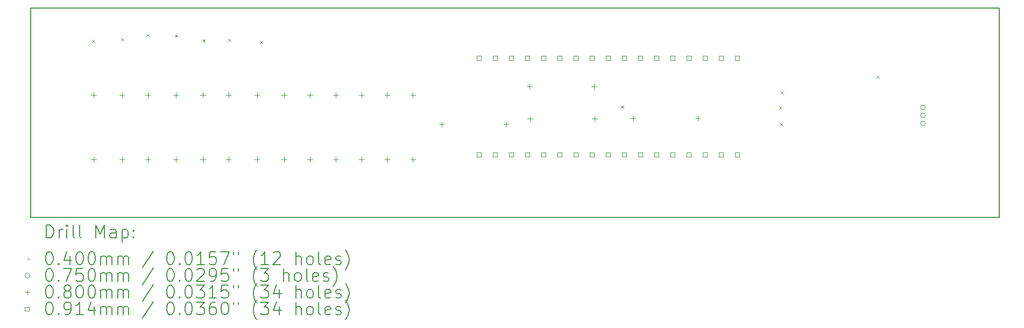
<source format=gbr>
%TF.GenerationSoftware,KiCad,Pcbnew,7.0.9*%
%TF.CreationDate,2025-01-11T11:51:57-05:00*%
%TF.ProjectId,PropellerClock,50726f70-656c-46c6-9572-436c6f636b2e,rev?*%
%TF.SameCoordinates,Original*%
%TF.FileFunction,Drillmap*%
%TF.FilePolarity,Positive*%
%FSLAX45Y45*%
G04 Gerber Fmt 4.5, Leading zero omitted, Abs format (unit mm)*
G04 Created by KiCad (PCBNEW 7.0.9) date 2025-01-11 11:51:57*
%MOMM*%
%LPD*%
G01*
G04 APERTURE LIST*
%ADD10C,0.200000*%
%ADD11C,0.100000*%
G04 APERTURE END LIST*
D10*
X6985000Y-6985000D02*
X6985000Y-10287000D01*
X22225000Y-6985000D02*
X22225000Y-10287000D01*
X6985000Y-10287000D02*
X22225000Y-10287000D01*
X6985000Y-6985000D02*
X22225000Y-6985000D01*
D11*
X7955600Y-7483160D02*
X7995600Y-7523160D01*
X7995600Y-7483160D02*
X7955600Y-7523160D01*
X8412800Y-7457760D02*
X8452800Y-7497760D01*
X8452800Y-7457760D02*
X8412800Y-7497760D01*
X8811580Y-7394260D02*
X8851580Y-7434260D01*
X8851580Y-7394260D02*
X8811580Y-7434260D01*
X9258620Y-7404420D02*
X9298620Y-7444420D01*
X9298620Y-7404420D02*
X9258620Y-7444420D01*
X9695500Y-7478080D02*
X9735500Y-7518080D01*
X9735500Y-7478080D02*
X9695500Y-7518080D01*
X10096820Y-7467920D02*
X10136820Y-7507920D01*
X10136820Y-7467920D02*
X10096820Y-7507920D01*
X10597200Y-7503480D02*
X10637200Y-7543480D01*
X10637200Y-7503480D02*
X10597200Y-7543480D01*
X16276640Y-8522020D02*
X16316640Y-8562020D01*
X16316640Y-8522020D02*
X16276640Y-8562020D01*
X18768380Y-8534720D02*
X18808380Y-8574720D01*
X18808380Y-8534720D02*
X18768380Y-8574720D01*
X18773460Y-8798880D02*
X18813460Y-8838880D01*
X18813460Y-8798880D02*
X18773460Y-8838880D01*
X18791240Y-8298500D02*
X18831240Y-8338500D01*
X18831240Y-8298500D02*
X18791240Y-8338500D01*
X20302540Y-8052120D02*
X20342540Y-8092120D01*
X20342540Y-8052120D02*
X20302540Y-8092120D01*
X21066160Y-8552180D02*
G75*
G03*
X21066160Y-8552180I-37500J0D01*
G01*
X21066160Y-8679180D02*
G75*
G03*
X21066160Y-8679180I-37500J0D01*
G01*
X21066160Y-8806180D02*
G75*
G03*
X21066160Y-8806180I-37500J0D01*
G01*
X7978140Y-8314060D02*
X7978140Y-8394060D01*
X7938140Y-8354060D02*
X8018140Y-8354060D01*
X7978140Y-9330060D02*
X7978140Y-9410060D01*
X7938140Y-9370060D02*
X8018140Y-9370060D01*
X8425180Y-8314060D02*
X8425180Y-8394060D01*
X8385180Y-8354060D02*
X8465180Y-8354060D01*
X8425180Y-9330060D02*
X8425180Y-9410060D01*
X8385180Y-9370060D02*
X8465180Y-9370060D01*
X8831580Y-8314060D02*
X8831580Y-8394060D01*
X8791580Y-8354060D02*
X8871580Y-8354060D01*
X8831580Y-9330060D02*
X8831580Y-9410060D01*
X8791580Y-9370060D02*
X8871580Y-9370060D01*
X9271000Y-8314060D02*
X9271000Y-8394060D01*
X9231000Y-8354060D02*
X9311000Y-8354060D01*
X9271000Y-9330060D02*
X9271000Y-9410060D01*
X9231000Y-9370060D02*
X9311000Y-9370060D01*
X9697720Y-8314060D02*
X9697720Y-8394060D01*
X9657720Y-8354060D02*
X9737720Y-8354060D01*
X9697720Y-9330060D02*
X9697720Y-9410060D01*
X9657720Y-9370060D02*
X9737720Y-9370060D01*
X10101580Y-8314060D02*
X10101580Y-8394060D01*
X10061580Y-8354060D02*
X10141580Y-8354060D01*
X10101580Y-9330060D02*
X10101580Y-9410060D01*
X10061580Y-9370060D02*
X10141580Y-9370060D01*
X10551160Y-8316600D02*
X10551160Y-8396600D01*
X10511160Y-8356600D02*
X10591160Y-8356600D01*
X10551160Y-9332600D02*
X10551160Y-9412600D01*
X10511160Y-9372600D02*
X10591160Y-9372600D01*
X10977880Y-8316600D02*
X10977880Y-8396600D01*
X10937880Y-8356600D02*
X11017880Y-8356600D01*
X10977880Y-9332600D02*
X10977880Y-9412600D01*
X10937880Y-9372600D02*
X11017880Y-9372600D01*
X11382880Y-8316600D02*
X11382880Y-8396600D01*
X11342880Y-8356600D02*
X11422880Y-8356600D01*
X11382880Y-9332600D02*
X11382880Y-9412600D01*
X11342880Y-9372600D02*
X11422880Y-9372600D01*
X11787880Y-8316600D02*
X11787880Y-8396600D01*
X11747880Y-8356600D02*
X11827880Y-8356600D01*
X11787880Y-9332600D02*
X11787880Y-9412600D01*
X11747880Y-9372600D02*
X11827880Y-9372600D01*
X12192880Y-8316600D02*
X12192880Y-8396600D01*
X12152880Y-8356600D02*
X12232880Y-8356600D01*
X12192880Y-9332600D02*
X12192880Y-9412600D01*
X12152880Y-9372600D02*
X12232880Y-9372600D01*
X12597880Y-8316600D02*
X12597880Y-8396600D01*
X12557880Y-8356600D02*
X12637880Y-8356600D01*
X12597880Y-9332600D02*
X12597880Y-9412600D01*
X12557880Y-9372600D02*
X12637880Y-9372600D01*
X13002880Y-8316600D02*
X13002880Y-8396600D01*
X12962880Y-8356600D02*
X13042880Y-8356600D01*
X13002880Y-9332600D02*
X13002880Y-9412600D01*
X12962880Y-9372600D02*
X13042880Y-9372600D01*
X13454380Y-8776340D02*
X13454380Y-8856340D01*
X13414380Y-8816340D02*
X13494380Y-8816340D01*
X14470380Y-8776340D02*
X14470380Y-8856340D01*
X14430380Y-8816340D02*
X14510380Y-8816340D01*
X14836140Y-8179440D02*
X14836140Y-8259440D01*
X14796140Y-8219440D02*
X14876140Y-8219440D01*
X14846300Y-8689980D02*
X14846300Y-8769980D01*
X14806300Y-8729980D02*
X14886300Y-8729980D01*
X15852140Y-8179440D02*
X15852140Y-8259440D01*
X15812140Y-8219440D02*
X15892140Y-8219440D01*
X15862300Y-8689980D02*
X15862300Y-8769980D01*
X15822300Y-8729980D02*
X15902300Y-8729980D01*
X16469360Y-8682360D02*
X16469360Y-8762360D01*
X16429360Y-8722360D02*
X16509360Y-8722360D01*
X17485360Y-8682360D02*
X17485360Y-8762360D01*
X17445360Y-8722360D02*
X17525360Y-8722360D01*
X14075989Y-7804729D02*
X14075989Y-7740071D01*
X14011331Y-7740071D01*
X14011331Y-7804729D01*
X14075989Y-7804729D01*
X14075989Y-9328729D02*
X14075989Y-9264071D01*
X14011331Y-9264071D01*
X14011331Y-9328729D01*
X14075989Y-9328729D01*
X14329989Y-7804729D02*
X14329989Y-7740071D01*
X14265331Y-7740071D01*
X14265331Y-7804729D01*
X14329989Y-7804729D01*
X14329989Y-9328729D02*
X14329989Y-9264071D01*
X14265331Y-9264071D01*
X14265331Y-9328729D01*
X14329989Y-9328729D01*
X14583989Y-7804729D02*
X14583989Y-7740071D01*
X14519331Y-7740071D01*
X14519331Y-7804729D01*
X14583989Y-7804729D01*
X14583989Y-9328729D02*
X14583989Y-9264071D01*
X14519331Y-9264071D01*
X14519331Y-9328729D01*
X14583989Y-9328729D01*
X14837989Y-7804729D02*
X14837989Y-7740071D01*
X14773331Y-7740071D01*
X14773331Y-7804729D01*
X14837989Y-7804729D01*
X14837989Y-9328729D02*
X14837989Y-9264071D01*
X14773331Y-9264071D01*
X14773331Y-9328729D01*
X14837989Y-9328729D01*
X15091989Y-7804729D02*
X15091989Y-7740071D01*
X15027331Y-7740071D01*
X15027331Y-7804729D01*
X15091989Y-7804729D01*
X15091989Y-9328729D02*
X15091989Y-9264071D01*
X15027331Y-9264071D01*
X15027331Y-9328729D01*
X15091989Y-9328729D01*
X15345989Y-7804729D02*
X15345989Y-7740071D01*
X15281331Y-7740071D01*
X15281331Y-7804729D01*
X15345989Y-7804729D01*
X15345989Y-9328729D02*
X15345989Y-9264071D01*
X15281331Y-9264071D01*
X15281331Y-9328729D01*
X15345989Y-9328729D01*
X15599989Y-7804729D02*
X15599989Y-7740071D01*
X15535331Y-7740071D01*
X15535331Y-7804729D01*
X15599989Y-7804729D01*
X15599989Y-9328729D02*
X15599989Y-9264071D01*
X15535331Y-9264071D01*
X15535331Y-9328729D01*
X15599989Y-9328729D01*
X15853989Y-7804729D02*
X15853989Y-7740071D01*
X15789331Y-7740071D01*
X15789331Y-7804729D01*
X15853989Y-7804729D01*
X15853989Y-9328729D02*
X15853989Y-9264071D01*
X15789331Y-9264071D01*
X15789331Y-9328729D01*
X15853989Y-9328729D01*
X16107989Y-7804729D02*
X16107989Y-7740071D01*
X16043331Y-7740071D01*
X16043331Y-7804729D01*
X16107989Y-7804729D01*
X16107989Y-9328729D02*
X16107989Y-9264071D01*
X16043331Y-9264071D01*
X16043331Y-9328729D01*
X16107989Y-9328729D01*
X16361989Y-7804729D02*
X16361989Y-7740071D01*
X16297331Y-7740071D01*
X16297331Y-7804729D01*
X16361989Y-7804729D01*
X16361989Y-9328729D02*
X16361989Y-9264071D01*
X16297331Y-9264071D01*
X16297331Y-9328729D01*
X16361989Y-9328729D01*
X16615989Y-7804729D02*
X16615989Y-7740071D01*
X16551331Y-7740071D01*
X16551331Y-7804729D01*
X16615989Y-7804729D01*
X16615989Y-9328729D02*
X16615989Y-9264071D01*
X16551331Y-9264071D01*
X16551331Y-9328729D01*
X16615989Y-9328729D01*
X16869989Y-7804729D02*
X16869989Y-7740071D01*
X16805331Y-7740071D01*
X16805331Y-7804729D01*
X16869989Y-7804729D01*
X16869989Y-9328729D02*
X16869989Y-9264071D01*
X16805331Y-9264071D01*
X16805331Y-9328729D01*
X16869989Y-9328729D01*
X17123989Y-7804729D02*
X17123989Y-7740071D01*
X17059331Y-7740071D01*
X17059331Y-7804729D01*
X17123989Y-7804729D01*
X17123989Y-9328729D02*
X17123989Y-9264071D01*
X17059331Y-9264071D01*
X17059331Y-9328729D01*
X17123989Y-9328729D01*
X17377989Y-7804729D02*
X17377989Y-7740071D01*
X17313331Y-7740071D01*
X17313331Y-7804729D01*
X17377989Y-7804729D01*
X17377989Y-9328729D02*
X17377989Y-9264071D01*
X17313331Y-9264071D01*
X17313331Y-9328729D01*
X17377989Y-9328729D01*
X17631989Y-7804729D02*
X17631989Y-7740071D01*
X17567331Y-7740071D01*
X17567331Y-7804729D01*
X17631989Y-7804729D01*
X17631989Y-9328729D02*
X17631989Y-9264071D01*
X17567331Y-9264071D01*
X17567331Y-9328729D01*
X17631989Y-9328729D01*
X17885989Y-7804729D02*
X17885989Y-7740071D01*
X17821331Y-7740071D01*
X17821331Y-7804729D01*
X17885989Y-7804729D01*
X17885989Y-9328729D02*
X17885989Y-9264071D01*
X17821331Y-9264071D01*
X17821331Y-9328729D01*
X17885989Y-9328729D01*
X18139989Y-7804729D02*
X18139989Y-7740071D01*
X18075331Y-7740071D01*
X18075331Y-7804729D01*
X18139989Y-7804729D01*
X18139989Y-9328729D02*
X18139989Y-9264071D01*
X18075331Y-9264071D01*
X18075331Y-9328729D01*
X18139989Y-9328729D01*
D10*
X7235777Y-10608484D02*
X7235777Y-10408484D01*
X7235777Y-10408484D02*
X7283396Y-10408484D01*
X7283396Y-10408484D02*
X7311967Y-10418008D01*
X7311967Y-10418008D02*
X7331015Y-10437055D01*
X7331015Y-10437055D02*
X7340539Y-10456103D01*
X7340539Y-10456103D02*
X7350062Y-10494198D01*
X7350062Y-10494198D02*
X7350062Y-10522770D01*
X7350062Y-10522770D02*
X7340539Y-10560865D01*
X7340539Y-10560865D02*
X7331015Y-10579912D01*
X7331015Y-10579912D02*
X7311967Y-10598960D01*
X7311967Y-10598960D02*
X7283396Y-10608484D01*
X7283396Y-10608484D02*
X7235777Y-10608484D01*
X7435777Y-10608484D02*
X7435777Y-10475150D01*
X7435777Y-10513246D02*
X7445301Y-10494198D01*
X7445301Y-10494198D02*
X7454824Y-10484674D01*
X7454824Y-10484674D02*
X7473872Y-10475150D01*
X7473872Y-10475150D02*
X7492920Y-10475150D01*
X7559586Y-10608484D02*
X7559586Y-10475150D01*
X7559586Y-10408484D02*
X7550062Y-10418008D01*
X7550062Y-10418008D02*
X7559586Y-10427531D01*
X7559586Y-10427531D02*
X7569110Y-10418008D01*
X7569110Y-10418008D02*
X7559586Y-10408484D01*
X7559586Y-10408484D02*
X7559586Y-10427531D01*
X7683396Y-10608484D02*
X7664348Y-10598960D01*
X7664348Y-10598960D02*
X7654824Y-10579912D01*
X7654824Y-10579912D02*
X7654824Y-10408484D01*
X7788158Y-10608484D02*
X7769110Y-10598960D01*
X7769110Y-10598960D02*
X7759586Y-10579912D01*
X7759586Y-10579912D02*
X7759586Y-10408484D01*
X8016729Y-10608484D02*
X8016729Y-10408484D01*
X8016729Y-10408484D02*
X8083396Y-10551341D01*
X8083396Y-10551341D02*
X8150062Y-10408484D01*
X8150062Y-10408484D02*
X8150062Y-10608484D01*
X8331015Y-10608484D02*
X8331015Y-10503722D01*
X8331015Y-10503722D02*
X8321491Y-10484674D01*
X8321491Y-10484674D02*
X8302443Y-10475150D01*
X8302443Y-10475150D02*
X8264348Y-10475150D01*
X8264348Y-10475150D02*
X8245301Y-10484674D01*
X8331015Y-10598960D02*
X8311967Y-10608484D01*
X8311967Y-10608484D02*
X8264348Y-10608484D01*
X8264348Y-10608484D02*
X8245301Y-10598960D01*
X8245301Y-10598960D02*
X8235777Y-10579912D01*
X8235777Y-10579912D02*
X8235777Y-10560865D01*
X8235777Y-10560865D02*
X8245301Y-10541817D01*
X8245301Y-10541817D02*
X8264348Y-10532293D01*
X8264348Y-10532293D02*
X8311967Y-10532293D01*
X8311967Y-10532293D02*
X8331015Y-10522770D01*
X8426253Y-10475150D02*
X8426253Y-10675150D01*
X8426253Y-10484674D02*
X8445301Y-10475150D01*
X8445301Y-10475150D02*
X8483396Y-10475150D01*
X8483396Y-10475150D02*
X8502444Y-10484674D01*
X8502444Y-10484674D02*
X8511967Y-10494198D01*
X8511967Y-10494198D02*
X8521491Y-10513246D01*
X8521491Y-10513246D02*
X8521491Y-10570389D01*
X8521491Y-10570389D02*
X8511967Y-10589436D01*
X8511967Y-10589436D02*
X8502444Y-10598960D01*
X8502444Y-10598960D02*
X8483396Y-10608484D01*
X8483396Y-10608484D02*
X8445301Y-10608484D01*
X8445301Y-10608484D02*
X8426253Y-10598960D01*
X8607205Y-10589436D02*
X8616729Y-10598960D01*
X8616729Y-10598960D02*
X8607205Y-10608484D01*
X8607205Y-10608484D02*
X8597682Y-10598960D01*
X8597682Y-10598960D02*
X8607205Y-10589436D01*
X8607205Y-10589436D02*
X8607205Y-10608484D01*
X8607205Y-10484674D02*
X8616729Y-10494198D01*
X8616729Y-10494198D02*
X8607205Y-10503722D01*
X8607205Y-10503722D02*
X8597682Y-10494198D01*
X8597682Y-10494198D02*
X8607205Y-10484674D01*
X8607205Y-10484674D02*
X8607205Y-10503722D01*
D11*
X6935000Y-10917000D02*
X6975000Y-10957000D01*
X6975000Y-10917000D02*
X6935000Y-10957000D01*
D10*
X7273872Y-10828484D02*
X7292920Y-10828484D01*
X7292920Y-10828484D02*
X7311967Y-10838008D01*
X7311967Y-10838008D02*
X7321491Y-10847531D01*
X7321491Y-10847531D02*
X7331015Y-10866579D01*
X7331015Y-10866579D02*
X7340539Y-10904674D01*
X7340539Y-10904674D02*
X7340539Y-10952293D01*
X7340539Y-10952293D02*
X7331015Y-10990389D01*
X7331015Y-10990389D02*
X7321491Y-11009436D01*
X7321491Y-11009436D02*
X7311967Y-11018960D01*
X7311967Y-11018960D02*
X7292920Y-11028484D01*
X7292920Y-11028484D02*
X7273872Y-11028484D01*
X7273872Y-11028484D02*
X7254824Y-11018960D01*
X7254824Y-11018960D02*
X7245301Y-11009436D01*
X7245301Y-11009436D02*
X7235777Y-10990389D01*
X7235777Y-10990389D02*
X7226253Y-10952293D01*
X7226253Y-10952293D02*
X7226253Y-10904674D01*
X7226253Y-10904674D02*
X7235777Y-10866579D01*
X7235777Y-10866579D02*
X7245301Y-10847531D01*
X7245301Y-10847531D02*
X7254824Y-10838008D01*
X7254824Y-10838008D02*
X7273872Y-10828484D01*
X7426253Y-11009436D02*
X7435777Y-11018960D01*
X7435777Y-11018960D02*
X7426253Y-11028484D01*
X7426253Y-11028484D02*
X7416729Y-11018960D01*
X7416729Y-11018960D02*
X7426253Y-11009436D01*
X7426253Y-11009436D02*
X7426253Y-11028484D01*
X7607205Y-10895150D02*
X7607205Y-11028484D01*
X7559586Y-10818960D02*
X7511967Y-10961817D01*
X7511967Y-10961817D02*
X7635777Y-10961817D01*
X7750062Y-10828484D02*
X7769110Y-10828484D01*
X7769110Y-10828484D02*
X7788158Y-10838008D01*
X7788158Y-10838008D02*
X7797682Y-10847531D01*
X7797682Y-10847531D02*
X7807205Y-10866579D01*
X7807205Y-10866579D02*
X7816729Y-10904674D01*
X7816729Y-10904674D02*
X7816729Y-10952293D01*
X7816729Y-10952293D02*
X7807205Y-10990389D01*
X7807205Y-10990389D02*
X7797682Y-11009436D01*
X7797682Y-11009436D02*
X7788158Y-11018960D01*
X7788158Y-11018960D02*
X7769110Y-11028484D01*
X7769110Y-11028484D02*
X7750062Y-11028484D01*
X7750062Y-11028484D02*
X7731015Y-11018960D01*
X7731015Y-11018960D02*
X7721491Y-11009436D01*
X7721491Y-11009436D02*
X7711967Y-10990389D01*
X7711967Y-10990389D02*
X7702443Y-10952293D01*
X7702443Y-10952293D02*
X7702443Y-10904674D01*
X7702443Y-10904674D02*
X7711967Y-10866579D01*
X7711967Y-10866579D02*
X7721491Y-10847531D01*
X7721491Y-10847531D02*
X7731015Y-10838008D01*
X7731015Y-10838008D02*
X7750062Y-10828484D01*
X7940539Y-10828484D02*
X7959586Y-10828484D01*
X7959586Y-10828484D02*
X7978634Y-10838008D01*
X7978634Y-10838008D02*
X7988158Y-10847531D01*
X7988158Y-10847531D02*
X7997682Y-10866579D01*
X7997682Y-10866579D02*
X8007205Y-10904674D01*
X8007205Y-10904674D02*
X8007205Y-10952293D01*
X8007205Y-10952293D02*
X7997682Y-10990389D01*
X7997682Y-10990389D02*
X7988158Y-11009436D01*
X7988158Y-11009436D02*
X7978634Y-11018960D01*
X7978634Y-11018960D02*
X7959586Y-11028484D01*
X7959586Y-11028484D02*
X7940539Y-11028484D01*
X7940539Y-11028484D02*
X7921491Y-11018960D01*
X7921491Y-11018960D02*
X7911967Y-11009436D01*
X7911967Y-11009436D02*
X7902443Y-10990389D01*
X7902443Y-10990389D02*
X7892920Y-10952293D01*
X7892920Y-10952293D02*
X7892920Y-10904674D01*
X7892920Y-10904674D02*
X7902443Y-10866579D01*
X7902443Y-10866579D02*
X7911967Y-10847531D01*
X7911967Y-10847531D02*
X7921491Y-10838008D01*
X7921491Y-10838008D02*
X7940539Y-10828484D01*
X8092920Y-11028484D02*
X8092920Y-10895150D01*
X8092920Y-10914198D02*
X8102443Y-10904674D01*
X8102443Y-10904674D02*
X8121491Y-10895150D01*
X8121491Y-10895150D02*
X8150063Y-10895150D01*
X8150063Y-10895150D02*
X8169110Y-10904674D01*
X8169110Y-10904674D02*
X8178634Y-10923722D01*
X8178634Y-10923722D02*
X8178634Y-11028484D01*
X8178634Y-10923722D02*
X8188158Y-10904674D01*
X8188158Y-10904674D02*
X8207205Y-10895150D01*
X8207205Y-10895150D02*
X8235777Y-10895150D01*
X8235777Y-10895150D02*
X8254824Y-10904674D01*
X8254824Y-10904674D02*
X8264348Y-10923722D01*
X8264348Y-10923722D02*
X8264348Y-11028484D01*
X8359586Y-11028484D02*
X8359586Y-10895150D01*
X8359586Y-10914198D02*
X8369110Y-10904674D01*
X8369110Y-10904674D02*
X8388158Y-10895150D01*
X8388158Y-10895150D02*
X8416729Y-10895150D01*
X8416729Y-10895150D02*
X8435777Y-10904674D01*
X8435777Y-10904674D02*
X8445301Y-10923722D01*
X8445301Y-10923722D02*
X8445301Y-11028484D01*
X8445301Y-10923722D02*
X8454825Y-10904674D01*
X8454825Y-10904674D02*
X8473872Y-10895150D01*
X8473872Y-10895150D02*
X8502444Y-10895150D01*
X8502444Y-10895150D02*
X8521491Y-10904674D01*
X8521491Y-10904674D02*
X8531015Y-10923722D01*
X8531015Y-10923722D02*
X8531015Y-11028484D01*
X8921491Y-10818960D02*
X8750063Y-11076103D01*
X9178634Y-10828484D02*
X9197682Y-10828484D01*
X9197682Y-10828484D02*
X9216729Y-10838008D01*
X9216729Y-10838008D02*
X9226253Y-10847531D01*
X9226253Y-10847531D02*
X9235777Y-10866579D01*
X9235777Y-10866579D02*
X9245301Y-10904674D01*
X9245301Y-10904674D02*
X9245301Y-10952293D01*
X9245301Y-10952293D02*
X9235777Y-10990389D01*
X9235777Y-10990389D02*
X9226253Y-11009436D01*
X9226253Y-11009436D02*
X9216729Y-11018960D01*
X9216729Y-11018960D02*
X9197682Y-11028484D01*
X9197682Y-11028484D02*
X9178634Y-11028484D01*
X9178634Y-11028484D02*
X9159587Y-11018960D01*
X9159587Y-11018960D02*
X9150063Y-11009436D01*
X9150063Y-11009436D02*
X9140539Y-10990389D01*
X9140539Y-10990389D02*
X9131015Y-10952293D01*
X9131015Y-10952293D02*
X9131015Y-10904674D01*
X9131015Y-10904674D02*
X9140539Y-10866579D01*
X9140539Y-10866579D02*
X9150063Y-10847531D01*
X9150063Y-10847531D02*
X9159587Y-10838008D01*
X9159587Y-10838008D02*
X9178634Y-10828484D01*
X9331015Y-11009436D02*
X9340539Y-11018960D01*
X9340539Y-11018960D02*
X9331015Y-11028484D01*
X9331015Y-11028484D02*
X9321491Y-11018960D01*
X9321491Y-11018960D02*
X9331015Y-11009436D01*
X9331015Y-11009436D02*
X9331015Y-11028484D01*
X9464348Y-10828484D02*
X9483396Y-10828484D01*
X9483396Y-10828484D02*
X9502444Y-10838008D01*
X9502444Y-10838008D02*
X9511968Y-10847531D01*
X9511968Y-10847531D02*
X9521491Y-10866579D01*
X9521491Y-10866579D02*
X9531015Y-10904674D01*
X9531015Y-10904674D02*
X9531015Y-10952293D01*
X9531015Y-10952293D02*
X9521491Y-10990389D01*
X9521491Y-10990389D02*
X9511968Y-11009436D01*
X9511968Y-11009436D02*
X9502444Y-11018960D01*
X9502444Y-11018960D02*
X9483396Y-11028484D01*
X9483396Y-11028484D02*
X9464348Y-11028484D01*
X9464348Y-11028484D02*
X9445301Y-11018960D01*
X9445301Y-11018960D02*
X9435777Y-11009436D01*
X9435777Y-11009436D02*
X9426253Y-10990389D01*
X9426253Y-10990389D02*
X9416729Y-10952293D01*
X9416729Y-10952293D02*
X9416729Y-10904674D01*
X9416729Y-10904674D02*
X9426253Y-10866579D01*
X9426253Y-10866579D02*
X9435777Y-10847531D01*
X9435777Y-10847531D02*
X9445301Y-10838008D01*
X9445301Y-10838008D02*
X9464348Y-10828484D01*
X9721491Y-11028484D02*
X9607206Y-11028484D01*
X9664348Y-11028484D02*
X9664348Y-10828484D01*
X9664348Y-10828484D02*
X9645301Y-10857055D01*
X9645301Y-10857055D02*
X9626253Y-10876103D01*
X9626253Y-10876103D02*
X9607206Y-10885627D01*
X9902444Y-10828484D02*
X9807206Y-10828484D01*
X9807206Y-10828484D02*
X9797682Y-10923722D01*
X9797682Y-10923722D02*
X9807206Y-10914198D01*
X9807206Y-10914198D02*
X9826253Y-10904674D01*
X9826253Y-10904674D02*
X9873872Y-10904674D01*
X9873872Y-10904674D02*
X9892920Y-10914198D01*
X9892920Y-10914198D02*
X9902444Y-10923722D01*
X9902444Y-10923722D02*
X9911968Y-10942770D01*
X9911968Y-10942770D02*
X9911968Y-10990389D01*
X9911968Y-10990389D02*
X9902444Y-11009436D01*
X9902444Y-11009436D02*
X9892920Y-11018960D01*
X9892920Y-11018960D02*
X9873872Y-11028484D01*
X9873872Y-11028484D02*
X9826253Y-11028484D01*
X9826253Y-11028484D02*
X9807206Y-11018960D01*
X9807206Y-11018960D02*
X9797682Y-11009436D01*
X9978634Y-10828484D02*
X10111968Y-10828484D01*
X10111968Y-10828484D02*
X10026253Y-11028484D01*
X10178634Y-10828484D02*
X10178634Y-10866579D01*
X10254825Y-10828484D02*
X10254825Y-10866579D01*
X10550063Y-11104674D02*
X10540539Y-11095150D01*
X10540539Y-11095150D02*
X10521491Y-11066579D01*
X10521491Y-11066579D02*
X10511968Y-11047531D01*
X10511968Y-11047531D02*
X10502444Y-11018960D01*
X10502444Y-11018960D02*
X10492920Y-10971341D01*
X10492920Y-10971341D02*
X10492920Y-10933246D01*
X10492920Y-10933246D02*
X10502444Y-10885627D01*
X10502444Y-10885627D02*
X10511968Y-10857055D01*
X10511968Y-10857055D02*
X10521491Y-10838008D01*
X10521491Y-10838008D02*
X10540539Y-10809436D01*
X10540539Y-10809436D02*
X10550063Y-10799912D01*
X10731015Y-11028484D02*
X10616730Y-11028484D01*
X10673872Y-11028484D02*
X10673872Y-10828484D01*
X10673872Y-10828484D02*
X10654825Y-10857055D01*
X10654825Y-10857055D02*
X10635777Y-10876103D01*
X10635777Y-10876103D02*
X10616730Y-10885627D01*
X10807206Y-10847531D02*
X10816730Y-10838008D01*
X10816730Y-10838008D02*
X10835777Y-10828484D01*
X10835777Y-10828484D02*
X10883396Y-10828484D01*
X10883396Y-10828484D02*
X10902444Y-10838008D01*
X10902444Y-10838008D02*
X10911968Y-10847531D01*
X10911968Y-10847531D02*
X10921491Y-10866579D01*
X10921491Y-10866579D02*
X10921491Y-10885627D01*
X10921491Y-10885627D02*
X10911968Y-10914198D01*
X10911968Y-10914198D02*
X10797682Y-11028484D01*
X10797682Y-11028484D02*
X10921491Y-11028484D01*
X11159587Y-11028484D02*
X11159587Y-10828484D01*
X11245301Y-11028484D02*
X11245301Y-10923722D01*
X11245301Y-10923722D02*
X11235777Y-10904674D01*
X11235777Y-10904674D02*
X11216730Y-10895150D01*
X11216730Y-10895150D02*
X11188158Y-10895150D01*
X11188158Y-10895150D02*
X11169111Y-10904674D01*
X11169111Y-10904674D02*
X11159587Y-10914198D01*
X11369110Y-11028484D02*
X11350063Y-11018960D01*
X11350063Y-11018960D02*
X11340539Y-11009436D01*
X11340539Y-11009436D02*
X11331015Y-10990389D01*
X11331015Y-10990389D02*
X11331015Y-10933246D01*
X11331015Y-10933246D02*
X11340539Y-10914198D01*
X11340539Y-10914198D02*
X11350063Y-10904674D01*
X11350063Y-10904674D02*
X11369110Y-10895150D01*
X11369110Y-10895150D02*
X11397682Y-10895150D01*
X11397682Y-10895150D02*
X11416730Y-10904674D01*
X11416730Y-10904674D02*
X11426253Y-10914198D01*
X11426253Y-10914198D02*
X11435777Y-10933246D01*
X11435777Y-10933246D02*
X11435777Y-10990389D01*
X11435777Y-10990389D02*
X11426253Y-11009436D01*
X11426253Y-11009436D02*
X11416730Y-11018960D01*
X11416730Y-11018960D02*
X11397682Y-11028484D01*
X11397682Y-11028484D02*
X11369110Y-11028484D01*
X11550063Y-11028484D02*
X11531015Y-11018960D01*
X11531015Y-11018960D02*
X11521491Y-10999912D01*
X11521491Y-10999912D02*
X11521491Y-10828484D01*
X11702444Y-11018960D02*
X11683396Y-11028484D01*
X11683396Y-11028484D02*
X11645301Y-11028484D01*
X11645301Y-11028484D02*
X11626253Y-11018960D01*
X11626253Y-11018960D02*
X11616730Y-10999912D01*
X11616730Y-10999912D02*
X11616730Y-10923722D01*
X11616730Y-10923722D02*
X11626253Y-10904674D01*
X11626253Y-10904674D02*
X11645301Y-10895150D01*
X11645301Y-10895150D02*
X11683396Y-10895150D01*
X11683396Y-10895150D02*
X11702444Y-10904674D01*
X11702444Y-10904674D02*
X11711968Y-10923722D01*
X11711968Y-10923722D02*
X11711968Y-10942770D01*
X11711968Y-10942770D02*
X11616730Y-10961817D01*
X11788158Y-11018960D02*
X11807206Y-11028484D01*
X11807206Y-11028484D02*
X11845301Y-11028484D01*
X11845301Y-11028484D02*
X11864349Y-11018960D01*
X11864349Y-11018960D02*
X11873872Y-10999912D01*
X11873872Y-10999912D02*
X11873872Y-10990389D01*
X11873872Y-10990389D02*
X11864349Y-10971341D01*
X11864349Y-10971341D02*
X11845301Y-10961817D01*
X11845301Y-10961817D02*
X11816730Y-10961817D01*
X11816730Y-10961817D02*
X11797682Y-10952293D01*
X11797682Y-10952293D02*
X11788158Y-10933246D01*
X11788158Y-10933246D02*
X11788158Y-10923722D01*
X11788158Y-10923722D02*
X11797682Y-10904674D01*
X11797682Y-10904674D02*
X11816730Y-10895150D01*
X11816730Y-10895150D02*
X11845301Y-10895150D01*
X11845301Y-10895150D02*
X11864349Y-10904674D01*
X11940539Y-11104674D02*
X11950063Y-11095150D01*
X11950063Y-11095150D02*
X11969111Y-11066579D01*
X11969111Y-11066579D02*
X11978634Y-11047531D01*
X11978634Y-11047531D02*
X11988158Y-11018960D01*
X11988158Y-11018960D02*
X11997682Y-10971341D01*
X11997682Y-10971341D02*
X11997682Y-10933246D01*
X11997682Y-10933246D02*
X11988158Y-10885627D01*
X11988158Y-10885627D02*
X11978634Y-10857055D01*
X11978634Y-10857055D02*
X11969111Y-10838008D01*
X11969111Y-10838008D02*
X11950063Y-10809436D01*
X11950063Y-10809436D02*
X11940539Y-10799912D01*
D11*
X6975000Y-11201000D02*
G75*
G03*
X6975000Y-11201000I-37500J0D01*
G01*
D10*
X7273872Y-11092484D02*
X7292920Y-11092484D01*
X7292920Y-11092484D02*
X7311967Y-11102008D01*
X7311967Y-11102008D02*
X7321491Y-11111531D01*
X7321491Y-11111531D02*
X7331015Y-11130579D01*
X7331015Y-11130579D02*
X7340539Y-11168674D01*
X7340539Y-11168674D02*
X7340539Y-11216293D01*
X7340539Y-11216293D02*
X7331015Y-11254388D01*
X7331015Y-11254388D02*
X7321491Y-11273436D01*
X7321491Y-11273436D02*
X7311967Y-11282960D01*
X7311967Y-11282960D02*
X7292920Y-11292484D01*
X7292920Y-11292484D02*
X7273872Y-11292484D01*
X7273872Y-11292484D02*
X7254824Y-11282960D01*
X7254824Y-11282960D02*
X7245301Y-11273436D01*
X7245301Y-11273436D02*
X7235777Y-11254388D01*
X7235777Y-11254388D02*
X7226253Y-11216293D01*
X7226253Y-11216293D02*
X7226253Y-11168674D01*
X7226253Y-11168674D02*
X7235777Y-11130579D01*
X7235777Y-11130579D02*
X7245301Y-11111531D01*
X7245301Y-11111531D02*
X7254824Y-11102008D01*
X7254824Y-11102008D02*
X7273872Y-11092484D01*
X7426253Y-11273436D02*
X7435777Y-11282960D01*
X7435777Y-11282960D02*
X7426253Y-11292484D01*
X7426253Y-11292484D02*
X7416729Y-11282960D01*
X7416729Y-11282960D02*
X7426253Y-11273436D01*
X7426253Y-11273436D02*
X7426253Y-11292484D01*
X7502443Y-11092484D02*
X7635777Y-11092484D01*
X7635777Y-11092484D02*
X7550062Y-11292484D01*
X7807205Y-11092484D02*
X7711967Y-11092484D01*
X7711967Y-11092484D02*
X7702443Y-11187722D01*
X7702443Y-11187722D02*
X7711967Y-11178198D01*
X7711967Y-11178198D02*
X7731015Y-11168674D01*
X7731015Y-11168674D02*
X7778634Y-11168674D01*
X7778634Y-11168674D02*
X7797682Y-11178198D01*
X7797682Y-11178198D02*
X7807205Y-11187722D01*
X7807205Y-11187722D02*
X7816729Y-11206769D01*
X7816729Y-11206769D02*
X7816729Y-11254388D01*
X7816729Y-11254388D02*
X7807205Y-11273436D01*
X7807205Y-11273436D02*
X7797682Y-11282960D01*
X7797682Y-11282960D02*
X7778634Y-11292484D01*
X7778634Y-11292484D02*
X7731015Y-11292484D01*
X7731015Y-11292484D02*
X7711967Y-11282960D01*
X7711967Y-11282960D02*
X7702443Y-11273436D01*
X7940539Y-11092484D02*
X7959586Y-11092484D01*
X7959586Y-11092484D02*
X7978634Y-11102008D01*
X7978634Y-11102008D02*
X7988158Y-11111531D01*
X7988158Y-11111531D02*
X7997682Y-11130579D01*
X7997682Y-11130579D02*
X8007205Y-11168674D01*
X8007205Y-11168674D02*
X8007205Y-11216293D01*
X8007205Y-11216293D02*
X7997682Y-11254388D01*
X7997682Y-11254388D02*
X7988158Y-11273436D01*
X7988158Y-11273436D02*
X7978634Y-11282960D01*
X7978634Y-11282960D02*
X7959586Y-11292484D01*
X7959586Y-11292484D02*
X7940539Y-11292484D01*
X7940539Y-11292484D02*
X7921491Y-11282960D01*
X7921491Y-11282960D02*
X7911967Y-11273436D01*
X7911967Y-11273436D02*
X7902443Y-11254388D01*
X7902443Y-11254388D02*
X7892920Y-11216293D01*
X7892920Y-11216293D02*
X7892920Y-11168674D01*
X7892920Y-11168674D02*
X7902443Y-11130579D01*
X7902443Y-11130579D02*
X7911967Y-11111531D01*
X7911967Y-11111531D02*
X7921491Y-11102008D01*
X7921491Y-11102008D02*
X7940539Y-11092484D01*
X8092920Y-11292484D02*
X8092920Y-11159150D01*
X8092920Y-11178198D02*
X8102443Y-11168674D01*
X8102443Y-11168674D02*
X8121491Y-11159150D01*
X8121491Y-11159150D02*
X8150063Y-11159150D01*
X8150063Y-11159150D02*
X8169110Y-11168674D01*
X8169110Y-11168674D02*
X8178634Y-11187722D01*
X8178634Y-11187722D02*
X8178634Y-11292484D01*
X8178634Y-11187722D02*
X8188158Y-11168674D01*
X8188158Y-11168674D02*
X8207205Y-11159150D01*
X8207205Y-11159150D02*
X8235777Y-11159150D01*
X8235777Y-11159150D02*
X8254824Y-11168674D01*
X8254824Y-11168674D02*
X8264348Y-11187722D01*
X8264348Y-11187722D02*
X8264348Y-11292484D01*
X8359586Y-11292484D02*
X8359586Y-11159150D01*
X8359586Y-11178198D02*
X8369110Y-11168674D01*
X8369110Y-11168674D02*
X8388158Y-11159150D01*
X8388158Y-11159150D02*
X8416729Y-11159150D01*
X8416729Y-11159150D02*
X8435777Y-11168674D01*
X8435777Y-11168674D02*
X8445301Y-11187722D01*
X8445301Y-11187722D02*
X8445301Y-11292484D01*
X8445301Y-11187722D02*
X8454825Y-11168674D01*
X8454825Y-11168674D02*
X8473872Y-11159150D01*
X8473872Y-11159150D02*
X8502444Y-11159150D01*
X8502444Y-11159150D02*
X8521491Y-11168674D01*
X8521491Y-11168674D02*
X8531015Y-11187722D01*
X8531015Y-11187722D02*
X8531015Y-11292484D01*
X8921491Y-11082960D02*
X8750063Y-11340103D01*
X9178634Y-11092484D02*
X9197682Y-11092484D01*
X9197682Y-11092484D02*
X9216729Y-11102008D01*
X9216729Y-11102008D02*
X9226253Y-11111531D01*
X9226253Y-11111531D02*
X9235777Y-11130579D01*
X9235777Y-11130579D02*
X9245301Y-11168674D01*
X9245301Y-11168674D02*
X9245301Y-11216293D01*
X9245301Y-11216293D02*
X9235777Y-11254388D01*
X9235777Y-11254388D02*
X9226253Y-11273436D01*
X9226253Y-11273436D02*
X9216729Y-11282960D01*
X9216729Y-11282960D02*
X9197682Y-11292484D01*
X9197682Y-11292484D02*
X9178634Y-11292484D01*
X9178634Y-11292484D02*
X9159587Y-11282960D01*
X9159587Y-11282960D02*
X9150063Y-11273436D01*
X9150063Y-11273436D02*
X9140539Y-11254388D01*
X9140539Y-11254388D02*
X9131015Y-11216293D01*
X9131015Y-11216293D02*
X9131015Y-11168674D01*
X9131015Y-11168674D02*
X9140539Y-11130579D01*
X9140539Y-11130579D02*
X9150063Y-11111531D01*
X9150063Y-11111531D02*
X9159587Y-11102008D01*
X9159587Y-11102008D02*
X9178634Y-11092484D01*
X9331015Y-11273436D02*
X9340539Y-11282960D01*
X9340539Y-11282960D02*
X9331015Y-11292484D01*
X9331015Y-11292484D02*
X9321491Y-11282960D01*
X9321491Y-11282960D02*
X9331015Y-11273436D01*
X9331015Y-11273436D02*
X9331015Y-11292484D01*
X9464348Y-11092484D02*
X9483396Y-11092484D01*
X9483396Y-11092484D02*
X9502444Y-11102008D01*
X9502444Y-11102008D02*
X9511968Y-11111531D01*
X9511968Y-11111531D02*
X9521491Y-11130579D01*
X9521491Y-11130579D02*
X9531015Y-11168674D01*
X9531015Y-11168674D02*
X9531015Y-11216293D01*
X9531015Y-11216293D02*
X9521491Y-11254388D01*
X9521491Y-11254388D02*
X9511968Y-11273436D01*
X9511968Y-11273436D02*
X9502444Y-11282960D01*
X9502444Y-11282960D02*
X9483396Y-11292484D01*
X9483396Y-11292484D02*
X9464348Y-11292484D01*
X9464348Y-11292484D02*
X9445301Y-11282960D01*
X9445301Y-11282960D02*
X9435777Y-11273436D01*
X9435777Y-11273436D02*
X9426253Y-11254388D01*
X9426253Y-11254388D02*
X9416729Y-11216293D01*
X9416729Y-11216293D02*
X9416729Y-11168674D01*
X9416729Y-11168674D02*
X9426253Y-11130579D01*
X9426253Y-11130579D02*
X9435777Y-11111531D01*
X9435777Y-11111531D02*
X9445301Y-11102008D01*
X9445301Y-11102008D02*
X9464348Y-11092484D01*
X9607206Y-11111531D02*
X9616729Y-11102008D01*
X9616729Y-11102008D02*
X9635777Y-11092484D01*
X9635777Y-11092484D02*
X9683396Y-11092484D01*
X9683396Y-11092484D02*
X9702444Y-11102008D01*
X9702444Y-11102008D02*
X9711968Y-11111531D01*
X9711968Y-11111531D02*
X9721491Y-11130579D01*
X9721491Y-11130579D02*
X9721491Y-11149627D01*
X9721491Y-11149627D02*
X9711968Y-11178198D01*
X9711968Y-11178198D02*
X9597682Y-11292484D01*
X9597682Y-11292484D02*
X9721491Y-11292484D01*
X9816729Y-11292484D02*
X9854825Y-11292484D01*
X9854825Y-11292484D02*
X9873872Y-11282960D01*
X9873872Y-11282960D02*
X9883396Y-11273436D01*
X9883396Y-11273436D02*
X9902444Y-11244865D01*
X9902444Y-11244865D02*
X9911968Y-11206769D01*
X9911968Y-11206769D02*
X9911968Y-11130579D01*
X9911968Y-11130579D02*
X9902444Y-11111531D01*
X9902444Y-11111531D02*
X9892920Y-11102008D01*
X9892920Y-11102008D02*
X9873872Y-11092484D01*
X9873872Y-11092484D02*
X9835777Y-11092484D01*
X9835777Y-11092484D02*
X9816729Y-11102008D01*
X9816729Y-11102008D02*
X9807206Y-11111531D01*
X9807206Y-11111531D02*
X9797682Y-11130579D01*
X9797682Y-11130579D02*
X9797682Y-11178198D01*
X9797682Y-11178198D02*
X9807206Y-11197246D01*
X9807206Y-11197246D02*
X9816729Y-11206769D01*
X9816729Y-11206769D02*
X9835777Y-11216293D01*
X9835777Y-11216293D02*
X9873872Y-11216293D01*
X9873872Y-11216293D02*
X9892920Y-11206769D01*
X9892920Y-11206769D02*
X9902444Y-11197246D01*
X9902444Y-11197246D02*
X9911968Y-11178198D01*
X10092920Y-11092484D02*
X9997682Y-11092484D01*
X9997682Y-11092484D02*
X9988158Y-11187722D01*
X9988158Y-11187722D02*
X9997682Y-11178198D01*
X9997682Y-11178198D02*
X10016729Y-11168674D01*
X10016729Y-11168674D02*
X10064349Y-11168674D01*
X10064349Y-11168674D02*
X10083396Y-11178198D01*
X10083396Y-11178198D02*
X10092920Y-11187722D01*
X10092920Y-11187722D02*
X10102444Y-11206769D01*
X10102444Y-11206769D02*
X10102444Y-11254388D01*
X10102444Y-11254388D02*
X10092920Y-11273436D01*
X10092920Y-11273436D02*
X10083396Y-11282960D01*
X10083396Y-11282960D02*
X10064349Y-11292484D01*
X10064349Y-11292484D02*
X10016729Y-11292484D01*
X10016729Y-11292484D02*
X9997682Y-11282960D01*
X9997682Y-11282960D02*
X9988158Y-11273436D01*
X10178634Y-11092484D02*
X10178634Y-11130579D01*
X10254825Y-11092484D02*
X10254825Y-11130579D01*
X10550063Y-11368674D02*
X10540539Y-11359150D01*
X10540539Y-11359150D02*
X10521491Y-11330579D01*
X10521491Y-11330579D02*
X10511968Y-11311531D01*
X10511968Y-11311531D02*
X10502444Y-11282960D01*
X10502444Y-11282960D02*
X10492920Y-11235341D01*
X10492920Y-11235341D02*
X10492920Y-11197246D01*
X10492920Y-11197246D02*
X10502444Y-11149627D01*
X10502444Y-11149627D02*
X10511968Y-11121055D01*
X10511968Y-11121055D02*
X10521491Y-11102008D01*
X10521491Y-11102008D02*
X10540539Y-11073436D01*
X10540539Y-11073436D02*
X10550063Y-11063912D01*
X10607206Y-11092484D02*
X10731015Y-11092484D01*
X10731015Y-11092484D02*
X10664349Y-11168674D01*
X10664349Y-11168674D02*
X10692920Y-11168674D01*
X10692920Y-11168674D02*
X10711968Y-11178198D01*
X10711968Y-11178198D02*
X10721491Y-11187722D01*
X10721491Y-11187722D02*
X10731015Y-11206769D01*
X10731015Y-11206769D02*
X10731015Y-11254388D01*
X10731015Y-11254388D02*
X10721491Y-11273436D01*
X10721491Y-11273436D02*
X10711968Y-11282960D01*
X10711968Y-11282960D02*
X10692920Y-11292484D01*
X10692920Y-11292484D02*
X10635777Y-11292484D01*
X10635777Y-11292484D02*
X10616730Y-11282960D01*
X10616730Y-11282960D02*
X10607206Y-11273436D01*
X10969111Y-11292484D02*
X10969111Y-11092484D01*
X11054825Y-11292484D02*
X11054825Y-11187722D01*
X11054825Y-11187722D02*
X11045301Y-11168674D01*
X11045301Y-11168674D02*
X11026253Y-11159150D01*
X11026253Y-11159150D02*
X10997682Y-11159150D01*
X10997682Y-11159150D02*
X10978634Y-11168674D01*
X10978634Y-11168674D02*
X10969111Y-11178198D01*
X11178634Y-11292484D02*
X11159587Y-11282960D01*
X11159587Y-11282960D02*
X11150063Y-11273436D01*
X11150063Y-11273436D02*
X11140539Y-11254388D01*
X11140539Y-11254388D02*
X11140539Y-11197246D01*
X11140539Y-11197246D02*
X11150063Y-11178198D01*
X11150063Y-11178198D02*
X11159587Y-11168674D01*
X11159587Y-11168674D02*
X11178634Y-11159150D01*
X11178634Y-11159150D02*
X11207206Y-11159150D01*
X11207206Y-11159150D02*
X11226253Y-11168674D01*
X11226253Y-11168674D02*
X11235777Y-11178198D01*
X11235777Y-11178198D02*
X11245301Y-11197246D01*
X11245301Y-11197246D02*
X11245301Y-11254388D01*
X11245301Y-11254388D02*
X11235777Y-11273436D01*
X11235777Y-11273436D02*
X11226253Y-11282960D01*
X11226253Y-11282960D02*
X11207206Y-11292484D01*
X11207206Y-11292484D02*
X11178634Y-11292484D01*
X11359587Y-11292484D02*
X11340539Y-11282960D01*
X11340539Y-11282960D02*
X11331015Y-11263912D01*
X11331015Y-11263912D02*
X11331015Y-11092484D01*
X11511968Y-11282960D02*
X11492920Y-11292484D01*
X11492920Y-11292484D02*
X11454825Y-11292484D01*
X11454825Y-11292484D02*
X11435777Y-11282960D01*
X11435777Y-11282960D02*
X11426253Y-11263912D01*
X11426253Y-11263912D02*
X11426253Y-11187722D01*
X11426253Y-11187722D02*
X11435777Y-11168674D01*
X11435777Y-11168674D02*
X11454825Y-11159150D01*
X11454825Y-11159150D02*
X11492920Y-11159150D01*
X11492920Y-11159150D02*
X11511968Y-11168674D01*
X11511968Y-11168674D02*
X11521491Y-11187722D01*
X11521491Y-11187722D02*
X11521491Y-11206769D01*
X11521491Y-11206769D02*
X11426253Y-11225817D01*
X11597682Y-11282960D02*
X11616730Y-11292484D01*
X11616730Y-11292484D02*
X11654825Y-11292484D01*
X11654825Y-11292484D02*
X11673872Y-11282960D01*
X11673872Y-11282960D02*
X11683396Y-11263912D01*
X11683396Y-11263912D02*
X11683396Y-11254388D01*
X11683396Y-11254388D02*
X11673872Y-11235341D01*
X11673872Y-11235341D02*
X11654825Y-11225817D01*
X11654825Y-11225817D02*
X11626253Y-11225817D01*
X11626253Y-11225817D02*
X11607206Y-11216293D01*
X11607206Y-11216293D02*
X11597682Y-11197246D01*
X11597682Y-11197246D02*
X11597682Y-11187722D01*
X11597682Y-11187722D02*
X11607206Y-11168674D01*
X11607206Y-11168674D02*
X11626253Y-11159150D01*
X11626253Y-11159150D02*
X11654825Y-11159150D01*
X11654825Y-11159150D02*
X11673872Y-11168674D01*
X11750063Y-11368674D02*
X11759587Y-11359150D01*
X11759587Y-11359150D02*
X11778634Y-11330579D01*
X11778634Y-11330579D02*
X11788158Y-11311531D01*
X11788158Y-11311531D02*
X11797682Y-11282960D01*
X11797682Y-11282960D02*
X11807206Y-11235341D01*
X11807206Y-11235341D02*
X11807206Y-11197246D01*
X11807206Y-11197246D02*
X11797682Y-11149627D01*
X11797682Y-11149627D02*
X11788158Y-11121055D01*
X11788158Y-11121055D02*
X11778634Y-11102008D01*
X11778634Y-11102008D02*
X11759587Y-11073436D01*
X11759587Y-11073436D02*
X11750063Y-11063912D01*
D11*
X6935000Y-11425000D02*
X6935000Y-11505000D01*
X6895000Y-11465000D02*
X6975000Y-11465000D01*
D10*
X7273872Y-11356484D02*
X7292920Y-11356484D01*
X7292920Y-11356484D02*
X7311967Y-11366008D01*
X7311967Y-11366008D02*
X7321491Y-11375531D01*
X7321491Y-11375531D02*
X7331015Y-11394579D01*
X7331015Y-11394579D02*
X7340539Y-11432674D01*
X7340539Y-11432674D02*
X7340539Y-11480293D01*
X7340539Y-11480293D02*
X7331015Y-11518388D01*
X7331015Y-11518388D02*
X7321491Y-11537436D01*
X7321491Y-11537436D02*
X7311967Y-11546960D01*
X7311967Y-11546960D02*
X7292920Y-11556484D01*
X7292920Y-11556484D02*
X7273872Y-11556484D01*
X7273872Y-11556484D02*
X7254824Y-11546960D01*
X7254824Y-11546960D02*
X7245301Y-11537436D01*
X7245301Y-11537436D02*
X7235777Y-11518388D01*
X7235777Y-11518388D02*
X7226253Y-11480293D01*
X7226253Y-11480293D02*
X7226253Y-11432674D01*
X7226253Y-11432674D02*
X7235777Y-11394579D01*
X7235777Y-11394579D02*
X7245301Y-11375531D01*
X7245301Y-11375531D02*
X7254824Y-11366008D01*
X7254824Y-11366008D02*
X7273872Y-11356484D01*
X7426253Y-11537436D02*
X7435777Y-11546960D01*
X7435777Y-11546960D02*
X7426253Y-11556484D01*
X7426253Y-11556484D02*
X7416729Y-11546960D01*
X7416729Y-11546960D02*
X7426253Y-11537436D01*
X7426253Y-11537436D02*
X7426253Y-11556484D01*
X7550062Y-11442198D02*
X7531015Y-11432674D01*
X7531015Y-11432674D02*
X7521491Y-11423150D01*
X7521491Y-11423150D02*
X7511967Y-11404103D01*
X7511967Y-11404103D02*
X7511967Y-11394579D01*
X7511967Y-11394579D02*
X7521491Y-11375531D01*
X7521491Y-11375531D02*
X7531015Y-11366008D01*
X7531015Y-11366008D02*
X7550062Y-11356484D01*
X7550062Y-11356484D02*
X7588158Y-11356484D01*
X7588158Y-11356484D02*
X7607205Y-11366008D01*
X7607205Y-11366008D02*
X7616729Y-11375531D01*
X7616729Y-11375531D02*
X7626253Y-11394579D01*
X7626253Y-11394579D02*
X7626253Y-11404103D01*
X7626253Y-11404103D02*
X7616729Y-11423150D01*
X7616729Y-11423150D02*
X7607205Y-11432674D01*
X7607205Y-11432674D02*
X7588158Y-11442198D01*
X7588158Y-11442198D02*
X7550062Y-11442198D01*
X7550062Y-11442198D02*
X7531015Y-11451722D01*
X7531015Y-11451722D02*
X7521491Y-11461246D01*
X7521491Y-11461246D02*
X7511967Y-11480293D01*
X7511967Y-11480293D02*
X7511967Y-11518388D01*
X7511967Y-11518388D02*
X7521491Y-11537436D01*
X7521491Y-11537436D02*
X7531015Y-11546960D01*
X7531015Y-11546960D02*
X7550062Y-11556484D01*
X7550062Y-11556484D02*
X7588158Y-11556484D01*
X7588158Y-11556484D02*
X7607205Y-11546960D01*
X7607205Y-11546960D02*
X7616729Y-11537436D01*
X7616729Y-11537436D02*
X7626253Y-11518388D01*
X7626253Y-11518388D02*
X7626253Y-11480293D01*
X7626253Y-11480293D02*
X7616729Y-11461246D01*
X7616729Y-11461246D02*
X7607205Y-11451722D01*
X7607205Y-11451722D02*
X7588158Y-11442198D01*
X7750062Y-11356484D02*
X7769110Y-11356484D01*
X7769110Y-11356484D02*
X7788158Y-11366008D01*
X7788158Y-11366008D02*
X7797682Y-11375531D01*
X7797682Y-11375531D02*
X7807205Y-11394579D01*
X7807205Y-11394579D02*
X7816729Y-11432674D01*
X7816729Y-11432674D02*
X7816729Y-11480293D01*
X7816729Y-11480293D02*
X7807205Y-11518388D01*
X7807205Y-11518388D02*
X7797682Y-11537436D01*
X7797682Y-11537436D02*
X7788158Y-11546960D01*
X7788158Y-11546960D02*
X7769110Y-11556484D01*
X7769110Y-11556484D02*
X7750062Y-11556484D01*
X7750062Y-11556484D02*
X7731015Y-11546960D01*
X7731015Y-11546960D02*
X7721491Y-11537436D01*
X7721491Y-11537436D02*
X7711967Y-11518388D01*
X7711967Y-11518388D02*
X7702443Y-11480293D01*
X7702443Y-11480293D02*
X7702443Y-11432674D01*
X7702443Y-11432674D02*
X7711967Y-11394579D01*
X7711967Y-11394579D02*
X7721491Y-11375531D01*
X7721491Y-11375531D02*
X7731015Y-11366008D01*
X7731015Y-11366008D02*
X7750062Y-11356484D01*
X7940539Y-11356484D02*
X7959586Y-11356484D01*
X7959586Y-11356484D02*
X7978634Y-11366008D01*
X7978634Y-11366008D02*
X7988158Y-11375531D01*
X7988158Y-11375531D02*
X7997682Y-11394579D01*
X7997682Y-11394579D02*
X8007205Y-11432674D01*
X8007205Y-11432674D02*
X8007205Y-11480293D01*
X8007205Y-11480293D02*
X7997682Y-11518388D01*
X7997682Y-11518388D02*
X7988158Y-11537436D01*
X7988158Y-11537436D02*
X7978634Y-11546960D01*
X7978634Y-11546960D02*
X7959586Y-11556484D01*
X7959586Y-11556484D02*
X7940539Y-11556484D01*
X7940539Y-11556484D02*
X7921491Y-11546960D01*
X7921491Y-11546960D02*
X7911967Y-11537436D01*
X7911967Y-11537436D02*
X7902443Y-11518388D01*
X7902443Y-11518388D02*
X7892920Y-11480293D01*
X7892920Y-11480293D02*
X7892920Y-11432674D01*
X7892920Y-11432674D02*
X7902443Y-11394579D01*
X7902443Y-11394579D02*
X7911967Y-11375531D01*
X7911967Y-11375531D02*
X7921491Y-11366008D01*
X7921491Y-11366008D02*
X7940539Y-11356484D01*
X8092920Y-11556484D02*
X8092920Y-11423150D01*
X8092920Y-11442198D02*
X8102443Y-11432674D01*
X8102443Y-11432674D02*
X8121491Y-11423150D01*
X8121491Y-11423150D02*
X8150063Y-11423150D01*
X8150063Y-11423150D02*
X8169110Y-11432674D01*
X8169110Y-11432674D02*
X8178634Y-11451722D01*
X8178634Y-11451722D02*
X8178634Y-11556484D01*
X8178634Y-11451722D02*
X8188158Y-11432674D01*
X8188158Y-11432674D02*
X8207205Y-11423150D01*
X8207205Y-11423150D02*
X8235777Y-11423150D01*
X8235777Y-11423150D02*
X8254824Y-11432674D01*
X8254824Y-11432674D02*
X8264348Y-11451722D01*
X8264348Y-11451722D02*
X8264348Y-11556484D01*
X8359586Y-11556484D02*
X8359586Y-11423150D01*
X8359586Y-11442198D02*
X8369110Y-11432674D01*
X8369110Y-11432674D02*
X8388158Y-11423150D01*
X8388158Y-11423150D02*
X8416729Y-11423150D01*
X8416729Y-11423150D02*
X8435777Y-11432674D01*
X8435777Y-11432674D02*
X8445301Y-11451722D01*
X8445301Y-11451722D02*
X8445301Y-11556484D01*
X8445301Y-11451722D02*
X8454825Y-11432674D01*
X8454825Y-11432674D02*
X8473872Y-11423150D01*
X8473872Y-11423150D02*
X8502444Y-11423150D01*
X8502444Y-11423150D02*
X8521491Y-11432674D01*
X8521491Y-11432674D02*
X8531015Y-11451722D01*
X8531015Y-11451722D02*
X8531015Y-11556484D01*
X8921491Y-11346960D02*
X8750063Y-11604103D01*
X9178634Y-11356484D02*
X9197682Y-11356484D01*
X9197682Y-11356484D02*
X9216729Y-11366008D01*
X9216729Y-11366008D02*
X9226253Y-11375531D01*
X9226253Y-11375531D02*
X9235777Y-11394579D01*
X9235777Y-11394579D02*
X9245301Y-11432674D01*
X9245301Y-11432674D02*
X9245301Y-11480293D01*
X9245301Y-11480293D02*
X9235777Y-11518388D01*
X9235777Y-11518388D02*
X9226253Y-11537436D01*
X9226253Y-11537436D02*
X9216729Y-11546960D01*
X9216729Y-11546960D02*
X9197682Y-11556484D01*
X9197682Y-11556484D02*
X9178634Y-11556484D01*
X9178634Y-11556484D02*
X9159587Y-11546960D01*
X9159587Y-11546960D02*
X9150063Y-11537436D01*
X9150063Y-11537436D02*
X9140539Y-11518388D01*
X9140539Y-11518388D02*
X9131015Y-11480293D01*
X9131015Y-11480293D02*
X9131015Y-11432674D01*
X9131015Y-11432674D02*
X9140539Y-11394579D01*
X9140539Y-11394579D02*
X9150063Y-11375531D01*
X9150063Y-11375531D02*
X9159587Y-11366008D01*
X9159587Y-11366008D02*
X9178634Y-11356484D01*
X9331015Y-11537436D02*
X9340539Y-11546960D01*
X9340539Y-11546960D02*
X9331015Y-11556484D01*
X9331015Y-11556484D02*
X9321491Y-11546960D01*
X9321491Y-11546960D02*
X9331015Y-11537436D01*
X9331015Y-11537436D02*
X9331015Y-11556484D01*
X9464348Y-11356484D02*
X9483396Y-11356484D01*
X9483396Y-11356484D02*
X9502444Y-11366008D01*
X9502444Y-11366008D02*
X9511968Y-11375531D01*
X9511968Y-11375531D02*
X9521491Y-11394579D01*
X9521491Y-11394579D02*
X9531015Y-11432674D01*
X9531015Y-11432674D02*
X9531015Y-11480293D01*
X9531015Y-11480293D02*
X9521491Y-11518388D01*
X9521491Y-11518388D02*
X9511968Y-11537436D01*
X9511968Y-11537436D02*
X9502444Y-11546960D01*
X9502444Y-11546960D02*
X9483396Y-11556484D01*
X9483396Y-11556484D02*
X9464348Y-11556484D01*
X9464348Y-11556484D02*
X9445301Y-11546960D01*
X9445301Y-11546960D02*
X9435777Y-11537436D01*
X9435777Y-11537436D02*
X9426253Y-11518388D01*
X9426253Y-11518388D02*
X9416729Y-11480293D01*
X9416729Y-11480293D02*
X9416729Y-11432674D01*
X9416729Y-11432674D02*
X9426253Y-11394579D01*
X9426253Y-11394579D02*
X9435777Y-11375531D01*
X9435777Y-11375531D02*
X9445301Y-11366008D01*
X9445301Y-11366008D02*
X9464348Y-11356484D01*
X9597682Y-11356484D02*
X9721491Y-11356484D01*
X9721491Y-11356484D02*
X9654825Y-11432674D01*
X9654825Y-11432674D02*
X9683396Y-11432674D01*
X9683396Y-11432674D02*
X9702444Y-11442198D01*
X9702444Y-11442198D02*
X9711968Y-11451722D01*
X9711968Y-11451722D02*
X9721491Y-11470769D01*
X9721491Y-11470769D02*
X9721491Y-11518388D01*
X9721491Y-11518388D02*
X9711968Y-11537436D01*
X9711968Y-11537436D02*
X9702444Y-11546960D01*
X9702444Y-11546960D02*
X9683396Y-11556484D01*
X9683396Y-11556484D02*
X9626253Y-11556484D01*
X9626253Y-11556484D02*
X9607206Y-11546960D01*
X9607206Y-11546960D02*
X9597682Y-11537436D01*
X9911968Y-11556484D02*
X9797682Y-11556484D01*
X9854825Y-11556484D02*
X9854825Y-11356484D01*
X9854825Y-11356484D02*
X9835777Y-11385055D01*
X9835777Y-11385055D02*
X9816729Y-11404103D01*
X9816729Y-11404103D02*
X9797682Y-11413627D01*
X10092920Y-11356484D02*
X9997682Y-11356484D01*
X9997682Y-11356484D02*
X9988158Y-11451722D01*
X9988158Y-11451722D02*
X9997682Y-11442198D01*
X9997682Y-11442198D02*
X10016729Y-11432674D01*
X10016729Y-11432674D02*
X10064349Y-11432674D01*
X10064349Y-11432674D02*
X10083396Y-11442198D01*
X10083396Y-11442198D02*
X10092920Y-11451722D01*
X10092920Y-11451722D02*
X10102444Y-11470769D01*
X10102444Y-11470769D02*
X10102444Y-11518388D01*
X10102444Y-11518388D02*
X10092920Y-11537436D01*
X10092920Y-11537436D02*
X10083396Y-11546960D01*
X10083396Y-11546960D02*
X10064349Y-11556484D01*
X10064349Y-11556484D02*
X10016729Y-11556484D01*
X10016729Y-11556484D02*
X9997682Y-11546960D01*
X9997682Y-11546960D02*
X9988158Y-11537436D01*
X10178634Y-11356484D02*
X10178634Y-11394579D01*
X10254825Y-11356484D02*
X10254825Y-11394579D01*
X10550063Y-11632674D02*
X10540539Y-11623150D01*
X10540539Y-11623150D02*
X10521491Y-11594579D01*
X10521491Y-11594579D02*
X10511968Y-11575531D01*
X10511968Y-11575531D02*
X10502444Y-11546960D01*
X10502444Y-11546960D02*
X10492920Y-11499341D01*
X10492920Y-11499341D02*
X10492920Y-11461246D01*
X10492920Y-11461246D02*
X10502444Y-11413627D01*
X10502444Y-11413627D02*
X10511968Y-11385055D01*
X10511968Y-11385055D02*
X10521491Y-11366008D01*
X10521491Y-11366008D02*
X10540539Y-11337436D01*
X10540539Y-11337436D02*
X10550063Y-11327912D01*
X10607206Y-11356484D02*
X10731015Y-11356484D01*
X10731015Y-11356484D02*
X10664349Y-11432674D01*
X10664349Y-11432674D02*
X10692920Y-11432674D01*
X10692920Y-11432674D02*
X10711968Y-11442198D01*
X10711968Y-11442198D02*
X10721491Y-11451722D01*
X10721491Y-11451722D02*
X10731015Y-11470769D01*
X10731015Y-11470769D02*
X10731015Y-11518388D01*
X10731015Y-11518388D02*
X10721491Y-11537436D01*
X10721491Y-11537436D02*
X10711968Y-11546960D01*
X10711968Y-11546960D02*
X10692920Y-11556484D01*
X10692920Y-11556484D02*
X10635777Y-11556484D01*
X10635777Y-11556484D02*
X10616730Y-11546960D01*
X10616730Y-11546960D02*
X10607206Y-11537436D01*
X10902444Y-11423150D02*
X10902444Y-11556484D01*
X10854825Y-11346960D02*
X10807206Y-11489817D01*
X10807206Y-11489817D02*
X10931015Y-11489817D01*
X11159587Y-11556484D02*
X11159587Y-11356484D01*
X11245301Y-11556484D02*
X11245301Y-11451722D01*
X11245301Y-11451722D02*
X11235777Y-11432674D01*
X11235777Y-11432674D02*
X11216730Y-11423150D01*
X11216730Y-11423150D02*
X11188158Y-11423150D01*
X11188158Y-11423150D02*
X11169111Y-11432674D01*
X11169111Y-11432674D02*
X11159587Y-11442198D01*
X11369110Y-11556484D02*
X11350063Y-11546960D01*
X11350063Y-11546960D02*
X11340539Y-11537436D01*
X11340539Y-11537436D02*
X11331015Y-11518388D01*
X11331015Y-11518388D02*
X11331015Y-11461246D01*
X11331015Y-11461246D02*
X11340539Y-11442198D01*
X11340539Y-11442198D02*
X11350063Y-11432674D01*
X11350063Y-11432674D02*
X11369110Y-11423150D01*
X11369110Y-11423150D02*
X11397682Y-11423150D01*
X11397682Y-11423150D02*
X11416730Y-11432674D01*
X11416730Y-11432674D02*
X11426253Y-11442198D01*
X11426253Y-11442198D02*
X11435777Y-11461246D01*
X11435777Y-11461246D02*
X11435777Y-11518388D01*
X11435777Y-11518388D02*
X11426253Y-11537436D01*
X11426253Y-11537436D02*
X11416730Y-11546960D01*
X11416730Y-11546960D02*
X11397682Y-11556484D01*
X11397682Y-11556484D02*
X11369110Y-11556484D01*
X11550063Y-11556484D02*
X11531015Y-11546960D01*
X11531015Y-11546960D02*
X11521491Y-11527912D01*
X11521491Y-11527912D02*
X11521491Y-11356484D01*
X11702444Y-11546960D02*
X11683396Y-11556484D01*
X11683396Y-11556484D02*
X11645301Y-11556484D01*
X11645301Y-11556484D02*
X11626253Y-11546960D01*
X11626253Y-11546960D02*
X11616730Y-11527912D01*
X11616730Y-11527912D02*
X11616730Y-11451722D01*
X11616730Y-11451722D02*
X11626253Y-11432674D01*
X11626253Y-11432674D02*
X11645301Y-11423150D01*
X11645301Y-11423150D02*
X11683396Y-11423150D01*
X11683396Y-11423150D02*
X11702444Y-11432674D01*
X11702444Y-11432674D02*
X11711968Y-11451722D01*
X11711968Y-11451722D02*
X11711968Y-11470769D01*
X11711968Y-11470769D02*
X11616730Y-11489817D01*
X11788158Y-11546960D02*
X11807206Y-11556484D01*
X11807206Y-11556484D02*
X11845301Y-11556484D01*
X11845301Y-11556484D02*
X11864349Y-11546960D01*
X11864349Y-11546960D02*
X11873872Y-11527912D01*
X11873872Y-11527912D02*
X11873872Y-11518388D01*
X11873872Y-11518388D02*
X11864349Y-11499341D01*
X11864349Y-11499341D02*
X11845301Y-11489817D01*
X11845301Y-11489817D02*
X11816730Y-11489817D01*
X11816730Y-11489817D02*
X11797682Y-11480293D01*
X11797682Y-11480293D02*
X11788158Y-11461246D01*
X11788158Y-11461246D02*
X11788158Y-11451722D01*
X11788158Y-11451722D02*
X11797682Y-11432674D01*
X11797682Y-11432674D02*
X11816730Y-11423150D01*
X11816730Y-11423150D02*
X11845301Y-11423150D01*
X11845301Y-11423150D02*
X11864349Y-11432674D01*
X11940539Y-11632674D02*
X11950063Y-11623150D01*
X11950063Y-11623150D02*
X11969111Y-11594579D01*
X11969111Y-11594579D02*
X11978634Y-11575531D01*
X11978634Y-11575531D02*
X11988158Y-11546960D01*
X11988158Y-11546960D02*
X11997682Y-11499341D01*
X11997682Y-11499341D02*
X11997682Y-11461246D01*
X11997682Y-11461246D02*
X11988158Y-11413627D01*
X11988158Y-11413627D02*
X11978634Y-11385055D01*
X11978634Y-11385055D02*
X11969111Y-11366008D01*
X11969111Y-11366008D02*
X11950063Y-11337436D01*
X11950063Y-11337436D02*
X11940539Y-11327912D01*
D11*
X6961609Y-11761329D02*
X6961609Y-11696671D01*
X6896951Y-11696671D01*
X6896951Y-11761329D01*
X6961609Y-11761329D01*
D10*
X7273872Y-11620484D02*
X7292920Y-11620484D01*
X7292920Y-11620484D02*
X7311967Y-11630008D01*
X7311967Y-11630008D02*
X7321491Y-11639531D01*
X7321491Y-11639531D02*
X7331015Y-11658579D01*
X7331015Y-11658579D02*
X7340539Y-11696674D01*
X7340539Y-11696674D02*
X7340539Y-11744293D01*
X7340539Y-11744293D02*
X7331015Y-11782388D01*
X7331015Y-11782388D02*
X7321491Y-11801436D01*
X7321491Y-11801436D02*
X7311967Y-11810960D01*
X7311967Y-11810960D02*
X7292920Y-11820484D01*
X7292920Y-11820484D02*
X7273872Y-11820484D01*
X7273872Y-11820484D02*
X7254824Y-11810960D01*
X7254824Y-11810960D02*
X7245301Y-11801436D01*
X7245301Y-11801436D02*
X7235777Y-11782388D01*
X7235777Y-11782388D02*
X7226253Y-11744293D01*
X7226253Y-11744293D02*
X7226253Y-11696674D01*
X7226253Y-11696674D02*
X7235777Y-11658579D01*
X7235777Y-11658579D02*
X7245301Y-11639531D01*
X7245301Y-11639531D02*
X7254824Y-11630008D01*
X7254824Y-11630008D02*
X7273872Y-11620484D01*
X7426253Y-11801436D02*
X7435777Y-11810960D01*
X7435777Y-11810960D02*
X7426253Y-11820484D01*
X7426253Y-11820484D02*
X7416729Y-11810960D01*
X7416729Y-11810960D02*
X7426253Y-11801436D01*
X7426253Y-11801436D02*
X7426253Y-11820484D01*
X7531015Y-11820484D02*
X7569110Y-11820484D01*
X7569110Y-11820484D02*
X7588158Y-11810960D01*
X7588158Y-11810960D02*
X7597682Y-11801436D01*
X7597682Y-11801436D02*
X7616729Y-11772865D01*
X7616729Y-11772865D02*
X7626253Y-11734769D01*
X7626253Y-11734769D02*
X7626253Y-11658579D01*
X7626253Y-11658579D02*
X7616729Y-11639531D01*
X7616729Y-11639531D02*
X7607205Y-11630008D01*
X7607205Y-11630008D02*
X7588158Y-11620484D01*
X7588158Y-11620484D02*
X7550062Y-11620484D01*
X7550062Y-11620484D02*
X7531015Y-11630008D01*
X7531015Y-11630008D02*
X7521491Y-11639531D01*
X7521491Y-11639531D02*
X7511967Y-11658579D01*
X7511967Y-11658579D02*
X7511967Y-11706198D01*
X7511967Y-11706198D02*
X7521491Y-11725246D01*
X7521491Y-11725246D02*
X7531015Y-11734769D01*
X7531015Y-11734769D02*
X7550062Y-11744293D01*
X7550062Y-11744293D02*
X7588158Y-11744293D01*
X7588158Y-11744293D02*
X7607205Y-11734769D01*
X7607205Y-11734769D02*
X7616729Y-11725246D01*
X7616729Y-11725246D02*
X7626253Y-11706198D01*
X7816729Y-11820484D02*
X7702443Y-11820484D01*
X7759586Y-11820484D02*
X7759586Y-11620484D01*
X7759586Y-11620484D02*
X7740539Y-11649055D01*
X7740539Y-11649055D02*
X7721491Y-11668103D01*
X7721491Y-11668103D02*
X7702443Y-11677627D01*
X7988158Y-11687150D02*
X7988158Y-11820484D01*
X7940539Y-11610960D02*
X7892920Y-11753817D01*
X7892920Y-11753817D02*
X8016729Y-11753817D01*
X8092920Y-11820484D02*
X8092920Y-11687150D01*
X8092920Y-11706198D02*
X8102443Y-11696674D01*
X8102443Y-11696674D02*
X8121491Y-11687150D01*
X8121491Y-11687150D02*
X8150063Y-11687150D01*
X8150063Y-11687150D02*
X8169110Y-11696674D01*
X8169110Y-11696674D02*
X8178634Y-11715722D01*
X8178634Y-11715722D02*
X8178634Y-11820484D01*
X8178634Y-11715722D02*
X8188158Y-11696674D01*
X8188158Y-11696674D02*
X8207205Y-11687150D01*
X8207205Y-11687150D02*
X8235777Y-11687150D01*
X8235777Y-11687150D02*
X8254824Y-11696674D01*
X8254824Y-11696674D02*
X8264348Y-11715722D01*
X8264348Y-11715722D02*
X8264348Y-11820484D01*
X8359586Y-11820484D02*
X8359586Y-11687150D01*
X8359586Y-11706198D02*
X8369110Y-11696674D01*
X8369110Y-11696674D02*
X8388158Y-11687150D01*
X8388158Y-11687150D02*
X8416729Y-11687150D01*
X8416729Y-11687150D02*
X8435777Y-11696674D01*
X8435777Y-11696674D02*
X8445301Y-11715722D01*
X8445301Y-11715722D02*
X8445301Y-11820484D01*
X8445301Y-11715722D02*
X8454825Y-11696674D01*
X8454825Y-11696674D02*
X8473872Y-11687150D01*
X8473872Y-11687150D02*
X8502444Y-11687150D01*
X8502444Y-11687150D02*
X8521491Y-11696674D01*
X8521491Y-11696674D02*
X8531015Y-11715722D01*
X8531015Y-11715722D02*
X8531015Y-11820484D01*
X8921491Y-11610960D02*
X8750063Y-11868103D01*
X9178634Y-11620484D02*
X9197682Y-11620484D01*
X9197682Y-11620484D02*
X9216729Y-11630008D01*
X9216729Y-11630008D02*
X9226253Y-11639531D01*
X9226253Y-11639531D02*
X9235777Y-11658579D01*
X9235777Y-11658579D02*
X9245301Y-11696674D01*
X9245301Y-11696674D02*
X9245301Y-11744293D01*
X9245301Y-11744293D02*
X9235777Y-11782388D01*
X9235777Y-11782388D02*
X9226253Y-11801436D01*
X9226253Y-11801436D02*
X9216729Y-11810960D01*
X9216729Y-11810960D02*
X9197682Y-11820484D01*
X9197682Y-11820484D02*
X9178634Y-11820484D01*
X9178634Y-11820484D02*
X9159587Y-11810960D01*
X9159587Y-11810960D02*
X9150063Y-11801436D01*
X9150063Y-11801436D02*
X9140539Y-11782388D01*
X9140539Y-11782388D02*
X9131015Y-11744293D01*
X9131015Y-11744293D02*
X9131015Y-11696674D01*
X9131015Y-11696674D02*
X9140539Y-11658579D01*
X9140539Y-11658579D02*
X9150063Y-11639531D01*
X9150063Y-11639531D02*
X9159587Y-11630008D01*
X9159587Y-11630008D02*
X9178634Y-11620484D01*
X9331015Y-11801436D02*
X9340539Y-11810960D01*
X9340539Y-11810960D02*
X9331015Y-11820484D01*
X9331015Y-11820484D02*
X9321491Y-11810960D01*
X9321491Y-11810960D02*
X9331015Y-11801436D01*
X9331015Y-11801436D02*
X9331015Y-11820484D01*
X9464348Y-11620484D02*
X9483396Y-11620484D01*
X9483396Y-11620484D02*
X9502444Y-11630008D01*
X9502444Y-11630008D02*
X9511968Y-11639531D01*
X9511968Y-11639531D02*
X9521491Y-11658579D01*
X9521491Y-11658579D02*
X9531015Y-11696674D01*
X9531015Y-11696674D02*
X9531015Y-11744293D01*
X9531015Y-11744293D02*
X9521491Y-11782388D01*
X9521491Y-11782388D02*
X9511968Y-11801436D01*
X9511968Y-11801436D02*
X9502444Y-11810960D01*
X9502444Y-11810960D02*
X9483396Y-11820484D01*
X9483396Y-11820484D02*
X9464348Y-11820484D01*
X9464348Y-11820484D02*
X9445301Y-11810960D01*
X9445301Y-11810960D02*
X9435777Y-11801436D01*
X9435777Y-11801436D02*
X9426253Y-11782388D01*
X9426253Y-11782388D02*
X9416729Y-11744293D01*
X9416729Y-11744293D02*
X9416729Y-11696674D01*
X9416729Y-11696674D02*
X9426253Y-11658579D01*
X9426253Y-11658579D02*
X9435777Y-11639531D01*
X9435777Y-11639531D02*
X9445301Y-11630008D01*
X9445301Y-11630008D02*
X9464348Y-11620484D01*
X9597682Y-11620484D02*
X9721491Y-11620484D01*
X9721491Y-11620484D02*
X9654825Y-11696674D01*
X9654825Y-11696674D02*
X9683396Y-11696674D01*
X9683396Y-11696674D02*
X9702444Y-11706198D01*
X9702444Y-11706198D02*
X9711968Y-11715722D01*
X9711968Y-11715722D02*
X9721491Y-11734769D01*
X9721491Y-11734769D02*
X9721491Y-11782388D01*
X9721491Y-11782388D02*
X9711968Y-11801436D01*
X9711968Y-11801436D02*
X9702444Y-11810960D01*
X9702444Y-11810960D02*
X9683396Y-11820484D01*
X9683396Y-11820484D02*
X9626253Y-11820484D01*
X9626253Y-11820484D02*
X9607206Y-11810960D01*
X9607206Y-11810960D02*
X9597682Y-11801436D01*
X9892920Y-11620484D02*
X9854825Y-11620484D01*
X9854825Y-11620484D02*
X9835777Y-11630008D01*
X9835777Y-11630008D02*
X9826253Y-11639531D01*
X9826253Y-11639531D02*
X9807206Y-11668103D01*
X9807206Y-11668103D02*
X9797682Y-11706198D01*
X9797682Y-11706198D02*
X9797682Y-11782388D01*
X9797682Y-11782388D02*
X9807206Y-11801436D01*
X9807206Y-11801436D02*
X9816729Y-11810960D01*
X9816729Y-11810960D02*
X9835777Y-11820484D01*
X9835777Y-11820484D02*
X9873872Y-11820484D01*
X9873872Y-11820484D02*
X9892920Y-11810960D01*
X9892920Y-11810960D02*
X9902444Y-11801436D01*
X9902444Y-11801436D02*
X9911968Y-11782388D01*
X9911968Y-11782388D02*
X9911968Y-11734769D01*
X9911968Y-11734769D02*
X9902444Y-11715722D01*
X9902444Y-11715722D02*
X9892920Y-11706198D01*
X9892920Y-11706198D02*
X9873872Y-11696674D01*
X9873872Y-11696674D02*
X9835777Y-11696674D01*
X9835777Y-11696674D02*
X9816729Y-11706198D01*
X9816729Y-11706198D02*
X9807206Y-11715722D01*
X9807206Y-11715722D02*
X9797682Y-11734769D01*
X10035777Y-11620484D02*
X10054825Y-11620484D01*
X10054825Y-11620484D02*
X10073872Y-11630008D01*
X10073872Y-11630008D02*
X10083396Y-11639531D01*
X10083396Y-11639531D02*
X10092920Y-11658579D01*
X10092920Y-11658579D02*
X10102444Y-11696674D01*
X10102444Y-11696674D02*
X10102444Y-11744293D01*
X10102444Y-11744293D02*
X10092920Y-11782388D01*
X10092920Y-11782388D02*
X10083396Y-11801436D01*
X10083396Y-11801436D02*
X10073872Y-11810960D01*
X10073872Y-11810960D02*
X10054825Y-11820484D01*
X10054825Y-11820484D02*
X10035777Y-11820484D01*
X10035777Y-11820484D02*
X10016729Y-11810960D01*
X10016729Y-11810960D02*
X10007206Y-11801436D01*
X10007206Y-11801436D02*
X9997682Y-11782388D01*
X9997682Y-11782388D02*
X9988158Y-11744293D01*
X9988158Y-11744293D02*
X9988158Y-11696674D01*
X9988158Y-11696674D02*
X9997682Y-11658579D01*
X9997682Y-11658579D02*
X10007206Y-11639531D01*
X10007206Y-11639531D02*
X10016729Y-11630008D01*
X10016729Y-11630008D02*
X10035777Y-11620484D01*
X10178634Y-11620484D02*
X10178634Y-11658579D01*
X10254825Y-11620484D02*
X10254825Y-11658579D01*
X10550063Y-11896674D02*
X10540539Y-11887150D01*
X10540539Y-11887150D02*
X10521491Y-11858579D01*
X10521491Y-11858579D02*
X10511968Y-11839531D01*
X10511968Y-11839531D02*
X10502444Y-11810960D01*
X10502444Y-11810960D02*
X10492920Y-11763341D01*
X10492920Y-11763341D02*
X10492920Y-11725246D01*
X10492920Y-11725246D02*
X10502444Y-11677627D01*
X10502444Y-11677627D02*
X10511968Y-11649055D01*
X10511968Y-11649055D02*
X10521491Y-11630008D01*
X10521491Y-11630008D02*
X10540539Y-11601436D01*
X10540539Y-11601436D02*
X10550063Y-11591912D01*
X10607206Y-11620484D02*
X10731015Y-11620484D01*
X10731015Y-11620484D02*
X10664349Y-11696674D01*
X10664349Y-11696674D02*
X10692920Y-11696674D01*
X10692920Y-11696674D02*
X10711968Y-11706198D01*
X10711968Y-11706198D02*
X10721491Y-11715722D01*
X10721491Y-11715722D02*
X10731015Y-11734769D01*
X10731015Y-11734769D02*
X10731015Y-11782388D01*
X10731015Y-11782388D02*
X10721491Y-11801436D01*
X10721491Y-11801436D02*
X10711968Y-11810960D01*
X10711968Y-11810960D02*
X10692920Y-11820484D01*
X10692920Y-11820484D02*
X10635777Y-11820484D01*
X10635777Y-11820484D02*
X10616730Y-11810960D01*
X10616730Y-11810960D02*
X10607206Y-11801436D01*
X10902444Y-11687150D02*
X10902444Y-11820484D01*
X10854825Y-11610960D02*
X10807206Y-11753817D01*
X10807206Y-11753817D02*
X10931015Y-11753817D01*
X11159587Y-11820484D02*
X11159587Y-11620484D01*
X11245301Y-11820484D02*
X11245301Y-11715722D01*
X11245301Y-11715722D02*
X11235777Y-11696674D01*
X11235777Y-11696674D02*
X11216730Y-11687150D01*
X11216730Y-11687150D02*
X11188158Y-11687150D01*
X11188158Y-11687150D02*
X11169111Y-11696674D01*
X11169111Y-11696674D02*
X11159587Y-11706198D01*
X11369110Y-11820484D02*
X11350063Y-11810960D01*
X11350063Y-11810960D02*
X11340539Y-11801436D01*
X11340539Y-11801436D02*
X11331015Y-11782388D01*
X11331015Y-11782388D02*
X11331015Y-11725246D01*
X11331015Y-11725246D02*
X11340539Y-11706198D01*
X11340539Y-11706198D02*
X11350063Y-11696674D01*
X11350063Y-11696674D02*
X11369110Y-11687150D01*
X11369110Y-11687150D02*
X11397682Y-11687150D01*
X11397682Y-11687150D02*
X11416730Y-11696674D01*
X11416730Y-11696674D02*
X11426253Y-11706198D01*
X11426253Y-11706198D02*
X11435777Y-11725246D01*
X11435777Y-11725246D02*
X11435777Y-11782388D01*
X11435777Y-11782388D02*
X11426253Y-11801436D01*
X11426253Y-11801436D02*
X11416730Y-11810960D01*
X11416730Y-11810960D02*
X11397682Y-11820484D01*
X11397682Y-11820484D02*
X11369110Y-11820484D01*
X11550063Y-11820484D02*
X11531015Y-11810960D01*
X11531015Y-11810960D02*
X11521491Y-11791912D01*
X11521491Y-11791912D02*
X11521491Y-11620484D01*
X11702444Y-11810960D02*
X11683396Y-11820484D01*
X11683396Y-11820484D02*
X11645301Y-11820484D01*
X11645301Y-11820484D02*
X11626253Y-11810960D01*
X11626253Y-11810960D02*
X11616730Y-11791912D01*
X11616730Y-11791912D02*
X11616730Y-11715722D01*
X11616730Y-11715722D02*
X11626253Y-11696674D01*
X11626253Y-11696674D02*
X11645301Y-11687150D01*
X11645301Y-11687150D02*
X11683396Y-11687150D01*
X11683396Y-11687150D02*
X11702444Y-11696674D01*
X11702444Y-11696674D02*
X11711968Y-11715722D01*
X11711968Y-11715722D02*
X11711968Y-11734769D01*
X11711968Y-11734769D02*
X11616730Y-11753817D01*
X11788158Y-11810960D02*
X11807206Y-11820484D01*
X11807206Y-11820484D02*
X11845301Y-11820484D01*
X11845301Y-11820484D02*
X11864349Y-11810960D01*
X11864349Y-11810960D02*
X11873872Y-11791912D01*
X11873872Y-11791912D02*
X11873872Y-11782388D01*
X11873872Y-11782388D02*
X11864349Y-11763341D01*
X11864349Y-11763341D02*
X11845301Y-11753817D01*
X11845301Y-11753817D02*
X11816730Y-11753817D01*
X11816730Y-11753817D02*
X11797682Y-11744293D01*
X11797682Y-11744293D02*
X11788158Y-11725246D01*
X11788158Y-11725246D02*
X11788158Y-11715722D01*
X11788158Y-11715722D02*
X11797682Y-11696674D01*
X11797682Y-11696674D02*
X11816730Y-11687150D01*
X11816730Y-11687150D02*
X11845301Y-11687150D01*
X11845301Y-11687150D02*
X11864349Y-11696674D01*
X11940539Y-11896674D02*
X11950063Y-11887150D01*
X11950063Y-11887150D02*
X11969111Y-11858579D01*
X11969111Y-11858579D02*
X11978634Y-11839531D01*
X11978634Y-11839531D02*
X11988158Y-11810960D01*
X11988158Y-11810960D02*
X11997682Y-11763341D01*
X11997682Y-11763341D02*
X11997682Y-11725246D01*
X11997682Y-11725246D02*
X11988158Y-11677627D01*
X11988158Y-11677627D02*
X11978634Y-11649055D01*
X11978634Y-11649055D02*
X11969111Y-11630008D01*
X11969111Y-11630008D02*
X11950063Y-11601436D01*
X11950063Y-11601436D02*
X11940539Y-11591912D01*
M02*

</source>
